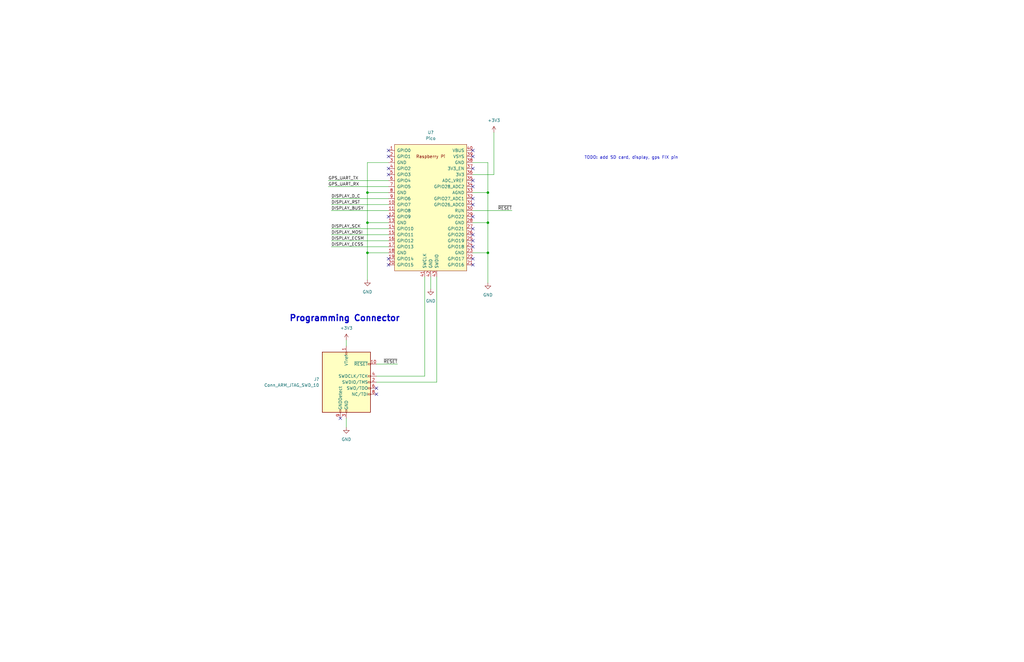
<source format=kicad_sch>
(kicad_sch (version 20211123) (generator eeschema)
  (paper "B")
  (lib_symbols
    (symbol "Connector:Conn_ARM_JTAG_SWD_10" (pin_names (offset 1.016))
      (property "Reference" "J" (at -2.54 16.51 0))
      (property "Value" "Conn_ARM_JTAG_SWD_10" (at -2.54 13.97 0))
      (symbol "Conn_ARM_JTAG_SWD_10_0_1"
        (rectangle (start -10.16 12.7) (end 10.16 -12.7) (stroke (width 0.254)) (fill (type background)))
        (rectangle (start -2.794 -12.7) (end -2.286 -11.684))
        (rectangle (start -0.254 -12.7) (end 0.254 -11.684))
        (rectangle (start -0.254 12.7) (end 0.254 11.684))
        (rectangle (start 9.144 2.286) (end 10.16 2.794))
        (rectangle (start 10.16 -2.794) (end 9.144 -2.286))
        (rectangle (start 10.16 -0.254) (end 9.144 0.254))
        (rectangle (start 10.16 7.874) (end 9.144 7.366))
      )
      (symbol "Conn_ARM_JTAG_SWD_10_1_1"
        (rectangle (start 9.144 -5.334) (end 10.16 -4.826))
        (pin power_in line (at 0 15.24 270) (length 2.54) (name "VTref") (number "1"))
        (pin open_collector line (at 12.7 7.62 180) (length 2.54) (name "~{RESET}") (number "10"))
        (pin bidirectional line (at 12.7 0 180) (length 2.54) (name "SWDIO/TMS") (number "2"))
        (pin power_in line (at 0 -15.24 90) (length 2.54) (name "GND") (number "3"))
        (pin output line (at 12.7 2.54 180) (length 2.54) (name "SWDCLK/TCK") (number "4"))
        (pin passive line (at 0 -15.24 90) (length 2.54) hide (name "GND") (number "5"))
        (pin input line (at 12.7 -2.54 180) (length 2.54) (name "SWO/TDO") (number "6"))
        (pin no_connect line (at -10.16 0 0) (length 2.54) hide (name "KEY") (number "7"))
        (pin output line (at 12.7 -5.08 180) (length 2.54) (name "NC/TDI") (number "8"))
        (pin passive line (at -2.54 -15.24 90) (length 2.54) (name "GNDDetect") (number "9"))
      )
    )
    (symbol "MCU_RaspberryPi_and_Boards:Pico" (pin_names (offset 1.016))
      (property "Reference" "U" (at -13.97 27.94 0))
      (property "Value" "Pico" (at 0 19.05 0))
      (symbol "Pico_0_0"
        (text "Raspberry Pi" (at 0 21.59 0) (effects (font (size 1.27 1.27))))
      )
      (symbol "Pico_0_1"
        (rectangle (start -15.24 26.67) (end 15.24 -26.67) (fill (type background)))
      )
      (symbol "Pico_1_1"
        (pin bidirectional line (at -17.78 24.13 0) (length 2.54) (name "GPIO0") (number "1"))
        (pin bidirectional line (at -17.78 1.27 0) (length 2.54) (name "GPIO7") (number "10"))
        (pin bidirectional line (at -17.78 -1.27 0) (length 2.54) (name "GPIO8") (number "11"))
        (pin bidirectional line (at -17.78 -3.81 0) (length 2.54) (name "GPIO9") (number "12"))
        (pin power_in line (at -17.78 -6.35 0) (length 2.54) (name "GND") (number "13"))
        (pin bidirectional line (at -17.78 -8.89 0) (length 2.54) (name "GPIO10") (number "14"))
        (pin bidirectional line (at -17.78 -11.43 0) (length 2.54) (name "GPIO11") (number "15"))
        (pin bidirectional line (at -17.78 -13.97 0) (length 2.54) (name "GPIO12") (number "16"))
        (pin bidirectional line (at -17.78 -16.51 0) (length 2.54) (name "GPIO13") (number "17"))
        (pin power_in line (at -17.78 -19.05 0) (length 2.54) (name "GND") (number "18"))
        (pin bidirectional line (at -17.78 -21.59 0) (length 2.54) (name "GPIO14") (number "19"))
        (pin bidirectional line (at -17.78 21.59 0) (length 2.54) (name "GPIO1") (number "2"))
        (pin bidirectional line (at -17.78 -24.13 0) (length 2.54) (name "GPIO15") (number "20"))
        (pin bidirectional line (at 17.78 -24.13 180) (length 2.54) (name "GPIO16") (number "21"))
        (pin bidirectional line (at 17.78 -21.59 180) (length 2.54) (name "GPIO17") (number "22"))
        (pin power_in line (at 17.78 -19.05 180) (length 2.54) (name "GND") (number "23"))
        (pin bidirectional line (at 17.78 -16.51 180) (length 2.54) (name "GPIO18") (number "24"))
        (pin bidirectional line (at 17.78 -13.97 180) (length 2.54) (name "GPIO19") (number "25"))
        (pin bidirectional line (at 17.78 -11.43 180) (length 2.54) (name "GPIO20") (number "26"))
        (pin bidirectional line (at 17.78 -8.89 180) (length 2.54) (name "GPIO21") (number "27"))
        (pin power_in line (at 17.78 -6.35 180) (length 2.54) (name "GND") (number "28"))
        (pin bidirectional line (at 17.78 -3.81 180) (length 2.54) (name "GPIO22") (number "29"))
        (pin power_in line (at -17.78 19.05 0) (length 2.54) (name "GND") (number "3"))
        (pin input line (at 17.78 -1.27 180) (length 2.54) (name "RUN") (number "30"))
        (pin bidirectional line (at 17.78 1.27 180) (length 2.54) (name "GPIO26_ADC0") (number "31"))
        (pin bidirectional line (at 17.78 3.81 180) (length 2.54) (name "GPIO27_ADC1") (number "32"))
        (pin power_in line (at 17.78 6.35 180) (length 2.54) (name "AGND") (number "33"))
        (pin bidirectional line (at 17.78 8.89 180) (length 2.54) (name "GPIO28_ADC2") (number "34"))
        (pin unspecified line (at 17.78 11.43 180) (length 2.54) (name "ADC_VREF") (number "35"))
        (pin unspecified line (at 17.78 13.97 180) (length 2.54) (name "3V3") (number "36"))
        (pin input line (at 17.78 16.51 180) (length 2.54) (name "3V3_EN") (number "37"))
        (pin bidirectional line (at 17.78 19.05 180) (length 2.54) (name "GND") (number "38"))
        (pin unspecified line (at 17.78 21.59 180) (length 2.54) (name "VSYS") (number "39"))
        (pin bidirectional line (at -17.78 16.51 0) (length 2.54) (name "GPIO2") (number "4"))
        (pin unspecified line (at 17.78 24.13 180) (length 2.54) (name "VBUS") (number "40"))
        (pin input line (at -2.54 -29.21 90) (length 2.54) (name "SWCLK") (number "41"))
        (pin power_in line (at 0 -29.21 90) (length 2.54) (name "GND") (number "42"))
        (pin bidirectional line (at 2.54 -29.21 90) (length 2.54) (name "SWDIO") (number "43"))
        (pin bidirectional line (at -17.78 13.97 0) (length 2.54) (name "GPIO3") (number "5"))
        (pin bidirectional line (at -17.78 11.43 0) (length 2.54) (name "GPIO4") (number "6"))
        (pin bidirectional line (at -17.78 8.89 0) (length 2.54) (name "GPIO5") (number "7"))
        (pin power_in line (at -17.78 6.35 0) (length 2.54) (name "GND") (number "8"))
        (pin bidirectional line (at -17.78 3.81 0) (length 2.54) (name "GPIO6") (number "9"))
      )
    )
    (symbol "power:+3V3" (power) (pin_names (offset 0))
      (property "Value" "+3V3" (at 0 3.556 0))
      (symbol "+3V3_0_1"
        (polyline (pts (xy -0.762 1.27) (xy 0 2.54)))
        (polyline (pts (xy 0 0) (xy 0 2.54)))
        (polyline (pts (xy 0 2.54) (xy 0.762 1.27)))
      )
      (symbol "+3V3_1_1"
        (pin power_in line (at 0 0 90) (length 0) hide (name "+3V3") (number "1"))
      )
    )
    (symbol "power:GND" (power) (pin_names (offset 0))
      (property "Value" "GND" (at 0 -3.81 0))
      (symbol "GND_0_1"
        (polyline (pts (xy 0 0) (xy 0 -1.27) (xy 1.27 -1.27) (xy 0 -2.54) (xy -1.27 -1.27) (xy 0 -1.27)))
      )
      (symbol "GND_1_1"
        (pin power_in line (at 0 0 270) (length 0) hide (name "GND") (number "1"))
      )
    )
  )
  (junction (at 154.94 93.98))
  (junction (at 205.74 106.68))
  (junction (at 205.74 93.98))
  (junction (at 154.94 106.68))
  (junction (at 205.74 81.28))
  (junction (at 154.94 81.28))
  (no_connect (at 163.83 73.66))
  (no_connect (at 163.83 66.04))
  (no_connect (at 163.83 109.22))
  (no_connect (at 199.39 76.2))
  (no_connect (at 199.39 91.44))
  (no_connect (at 199.39 78.74))
  (no_connect (at 143.51 176.53))
  (no_connect (at 199.39 101.6))
  (no_connect (at 199.39 71.12))
  (no_connect (at 199.39 99.06))
  (no_connect (at 163.83 63.5))
  (no_connect (at 199.39 96.52))
  (no_connect (at 199.39 111.76))
  (no_connect (at 199.39 109.22))
  (no_connect (at 163.83 111.76))
  (no_connect (at 199.39 83.82))
  (no_connect (at 163.83 71.12))
  (no_connect (at 158.75 163.83))
  (no_connect (at 158.75 166.37))
  (no_connect (at 199.39 66.04))
  (no_connect (at 199.39 63.5))
  (no_connect (at 199.39 86.36))
  (no_connect (at 163.83 91.44))
  (no_connect (at 199.39 104.14))
  (wire (pts (xy 139.7 83.82) (xy 163.83 83.82)))
  (wire (pts (xy 139.7 99.06) (xy 163.83 99.06)))
  (wire (pts (xy 208.28 73.66) (xy 199.39 73.66)))
  (wire (pts (xy 184.15 161.29) (xy 184.15 116.84)))
  (wire (pts (xy 154.94 118.11) (xy 154.94 106.68)))
  (wire (pts (xy 154.94 106.68) (xy 154.94 93.98)))
  (wire (pts (xy 205.74 119.38) (xy 205.74 106.68)))
  (wire (pts (xy 146.05 176.53) (xy 146.05 180.34)))
  (wire (pts (xy 146.05 143.51) (xy 146.05 146.05)))
  (wire (pts (xy 205.74 81.28) (xy 199.39 81.28)))
  (wire (pts (xy 139.7 104.14) (xy 163.83 104.14)))
  (wire (pts (xy 139.7 96.52) (xy 163.83 96.52)))
  (wire (pts (xy 158.75 158.75) (xy 179.07 158.75)))
  (wire (pts (xy 205.74 106.68) (xy 205.74 93.98)))
  (wire (pts (xy 154.94 68.58) (xy 163.83 68.58)))
  (wire (pts (xy 181.61 116.84) (xy 181.61 121.92)))
  (wire (pts (xy 154.94 93.98) (xy 163.83 93.98)))
  (wire (pts (xy 154.94 81.28) (xy 154.94 68.58)))
  (wire (pts (xy 205.74 93.98) (xy 199.39 93.98)))
  (wire (pts (xy 139.7 86.36) (xy 163.83 86.36)))
  (wire (pts (xy 138.43 76.2) (xy 163.83 76.2)))
  (wire (pts (xy 158.75 161.29) (xy 184.15 161.29)))
  (wire (pts (xy 205.74 93.98) (xy 205.74 81.28)))
  (wire (pts (xy 158.75 153.67) (xy 167.64 153.67)))
  (wire (pts (xy 154.94 81.28) (xy 163.83 81.28)))
  (wire (pts (xy 139.7 101.6) (xy 163.83 101.6)))
  (wire (pts (xy 179.07 158.75) (xy 179.07 116.84)))
  (wire (pts (xy 139.7 88.9) (xy 163.83 88.9)))
  (wire (pts (xy 205.74 106.68) (xy 199.39 106.68)))
  (wire (pts (xy 208.28 55.88) (xy 208.28 73.66)))
  (wire (pts (xy 138.43 78.74) (xy 163.83 78.74)))
  (wire (pts (xy 205.74 68.58) (xy 199.39 68.58)))
  (wire (pts (xy 199.39 88.9) (xy 215.9 88.9)))
  (wire (pts (xy 205.74 81.28) (xy 205.74 68.58)))
  (wire (pts (xy 154.94 106.68) (xy 163.83 106.68)))
  (wire (pts (xy 154.94 93.98) (xy 154.94 81.28)))
  (text "Programming Connector" (at 121.92 135.89 0) (effects (font (size 2.54 2.54) (thickness 0.508) bold) (justify left bottom)))
  (text "TODO: add SD card, display, gps FIX pin" (at 246.38 67.31 0) (effects (font (size 1.27 1.27)) (justify left bottom)))
  (label "DISPLAY_BUSY" (at 139.7 88.9 0))
  (label "~{RESET}" (at 215.9 88.9 180))
  (label "DISPLAY_RST" (at 139.7 86.36 0))
  (label "GPS_UART_TX" (at 138.43 76.2 0))
  (label "DISPLAY_D_C" (at 139.7 83.82 0))
  (label "DISPLAY_ECSM" (at 139.7 101.6 0))
  (label "DISPLAY_SCK" (at 139.7 96.52 0))
  (label "GPS_UART_RX" (at 138.43 78.74 0))
  (label "~{RESET}" (at 167.64 153.67 180))
  (label "DISPLAY_ECSS" (at 139.7 104.14 0))
  (label "DISPLAY_MOSI" (at 139.7 99.06 0))
  (symbol (lib_id "power:GND") (at 205.74 119.38 0) (unit 1)
    (property "Reference" "#PWR?" (effects hide))
    (property "Value" "GND" (at 205.74 124.46 0))
  )
  (symbol (lib_id "power:GND") (at 181.61 121.92 0) (unit 1)
    (property "Reference" "#PWR?" (effects hide))
    (property "Value" "GND" (at 181.61 127 0))
  )
  (symbol (lib_id "power:+3V3") (at 208.28 55.88 0) (unit 1)
    (property "Reference" "#PWR?" (effects hide))
    (property "Value" "+3V3" (at 208.28 50.8 0))
  )
  (symbol (lib_id "power:GND") (at 146.05 180.34 0) (unit 1)
    (property "Reference" "#PWR?" (effects hide))
    (property "Value" "GND" (at 146.05 185.42 0))
  )
  (symbol (lib_id "MCU_RaspberryPi_and_Boards:Pico") (at 181.61 87.63 0) (unit 1)
    (property "Reference" "U?" (at 181.61 55.88 0))
    (property "Value" "Pico" (at 181.61 58.42 0))
    (property "Footprint" "RPi_Pico:RPi_Pico_SMD_TH" (effects hide))
  )
  (symbol (lib_id "Connector:Conn_ARM_JTAG_SWD_10") (at 146.05 161.29 0) (unit 1)
    (property "Reference" "J?" (at 134.62 160.0199 0) (effects (justify right)))
    (property "Value" "Conn_ARM_JTAG_SWD_10" (at 134.62 162.5599 0) (effects (justify right)))
    (property "Datasheet" "http://infocenter.arm.com/help/topic/com.arm.doc.ddi0314h/DDI0314H_coresight_components_trm.pdf" (effects hide))
  )
  (symbol (lib_id "power:GND") (at 154.94 118.11 0) (unit 1)
    (property "Reference" "#PWR?" (effects hide))
    (property "Value" "GND" (at 154.94 123.19 0))
  )
  (symbol (lib_id "power:+3V3") (at 146.05 143.51 0) (unit 1)
    (property "Reference" "#PWR?" (effects hide))
    (property "Value" "+3V3" (at 146.05 138.43 0))
  )
)
</source>
